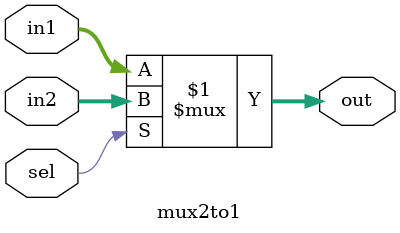
<source format=v>
module mux2to1 #(parameter n =32)(input sel,input[n-1:0] in1,in2,output[n-1:0] out);
	assign out=sel?in2:in1;
endmodule

</source>
